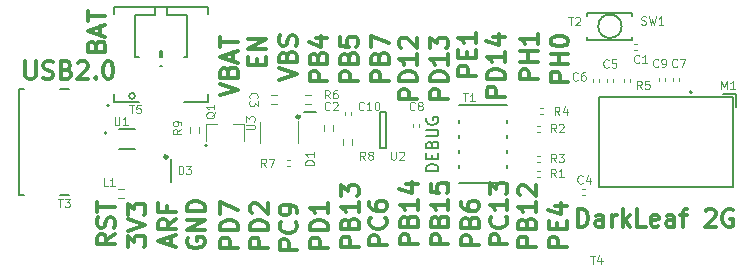
<source format=gbr>
%TF.GenerationSoftware,KiCad,Pcbnew,(5.1.9)-1*%
%TF.CreationDate,2021-04-07T15:03:24-04:00*%
%TF.ProjectId,Finch-Feather,46696e63-682d-4466-9561-746865722e6b,rev?*%
%TF.SameCoordinates,Original*%
%TF.FileFunction,Legend,Top*%
%TF.FilePolarity,Positive*%
%FSLAX46Y46*%
G04 Gerber Fmt 4.6, Leading zero omitted, Abs format (unit mm)*
G04 Created by KiCad (PCBNEW (5.1.9)-1) date 2021-04-07 15:03:24*
%MOMM*%
%LPD*%
G01*
G04 APERTURE LIST*
%ADD10C,0.300000*%
%ADD11C,0.200000*%
%ADD12C,0.120000*%
%ADD13C,0.350000*%
%ADD14C,0.150000*%
%ADD15C,0.100000*%
%ADD16C,0.152400*%
%ADD17C,0.127000*%
G04 APERTURE END LIST*
D10*
X125892857Y-91857142D02*
X125964285Y-91642857D01*
X126035714Y-91571428D01*
X126178571Y-91500000D01*
X126392857Y-91500000D01*
X126535714Y-91571428D01*
X126607142Y-91642857D01*
X126678571Y-91785714D01*
X126678571Y-92357142D01*
X125178571Y-92357142D01*
X125178571Y-91857142D01*
X125250000Y-91714285D01*
X125321428Y-91642857D01*
X125464285Y-91571428D01*
X125607142Y-91571428D01*
X125750000Y-91642857D01*
X125821428Y-91714285D01*
X125892857Y-91857142D01*
X125892857Y-92357142D01*
X126250000Y-90928571D02*
X126250000Y-90214285D01*
X126678571Y-91071428D02*
X125178571Y-90571428D01*
X126678571Y-90071428D01*
X125178571Y-89785714D02*
X125178571Y-88928571D01*
X126678571Y-89357142D02*
X125178571Y-89357142D01*
X142928571Y-109107142D02*
X141428571Y-109107142D01*
X141428571Y-108535714D01*
X141500000Y-108392857D01*
X141571428Y-108321428D01*
X141714285Y-108250000D01*
X141928571Y-108250000D01*
X142071428Y-108321428D01*
X142142857Y-108392857D01*
X142214285Y-108535714D01*
X142214285Y-109107142D01*
X142785714Y-106750000D02*
X142857142Y-106821428D01*
X142928571Y-107035714D01*
X142928571Y-107178571D01*
X142857142Y-107392857D01*
X142714285Y-107535714D01*
X142571428Y-107607142D01*
X142285714Y-107678571D01*
X142071428Y-107678571D01*
X141785714Y-107607142D01*
X141642857Y-107535714D01*
X141500000Y-107392857D01*
X141428571Y-107178571D01*
X141428571Y-107035714D01*
X141500000Y-106821428D01*
X141571428Y-106750000D01*
X142928571Y-106035714D02*
X142928571Y-105750000D01*
X142857142Y-105607142D01*
X142785714Y-105535714D01*
X142571428Y-105392857D01*
X142285714Y-105321428D01*
X141714285Y-105321428D01*
X141571428Y-105392857D01*
X141500000Y-105464285D01*
X141428571Y-105607142D01*
X141428571Y-105892857D01*
X141500000Y-106035714D01*
X141571428Y-106107142D01*
X141714285Y-106178571D01*
X142071428Y-106178571D01*
X142214285Y-106107142D01*
X142285714Y-106035714D01*
X142357142Y-105892857D01*
X142357142Y-105607142D01*
X142285714Y-105464285D01*
X142214285Y-105392857D01*
X142071428Y-105321428D01*
X140428571Y-108957142D02*
X138928571Y-108957142D01*
X138928571Y-108385714D01*
X139000000Y-108242857D01*
X139071428Y-108171428D01*
X139214285Y-108100000D01*
X139428571Y-108100000D01*
X139571428Y-108171428D01*
X139642857Y-108242857D01*
X139714285Y-108385714D01*
X139714285Y-108957142D01*
X140428571Y-107457142D02*
X138928571Y-107457142D01*
X138928571Y-107100000D01*
X139000000Y-106885714D01*
X139142857Y-106742857D01*
X139285714Y-106671428D01*
X139571428Y-106600000D01*
X139785714Y-106600000D01*
X140071428Y-106671428D01*
X140214285Y-106742857D01*
X140357142Y-106885714D01*
X140428571Y-107100000D01*
X140428571Y-107457142D01*
X139071428Y-106028571D02*
X139000000Y-105957142D01*
X138928571Y-105814285D01*
X138928571Y-105457142D01*
X139000000Y-105314285D01*
X139071428Y-105242857D01*
X139214285Y-105171428D01*
X139357142Y-105171428D01*
X139571428Y-105242857D01*
X140428571Y-106100000D01*
X140428571Y-105171428D01*
X137928571Y-108957142D02*
X136428571Y-108957142D01*
X136428571Y-108385714D01*
X136500000Y-108242857D01*
X136571428Y-108171428D01*
X136714285Y-108100000D01*
X136928571Y-108100000D01*
X137071428Y-108171428D01*
X137142857Y-108242857D01*
X137214285Y-108385714D01*
X137214285Y-108957142D01*
X137928571Y-107457142D02*
X136428571Y-107457142D01*
X136428571Y-107100000D01*
X136500000Y-106885714D01*
X136642857Y-106742857D01*
X136785714Y-106671428D01*
X137071428Y-106600000D01*
X137285714Y-106600000D01*
X137571428Y-106671428D01*
X137714285Y-106742857D01*
X137857142Y-106885714D01*
X137928571Y-107100000D01*
X137928571Y-107457142D01*
X136428571Y-106100000D02*
X136428571Y-105100000D01*
X137928571Y-105742857D01*
X136378571Y-96064285D02*
X137878571Y-95564285D01*
X136378571Y-95064285D01*
X137092857Y-94064285D02*
X137164285Y-93850000D01*
X137235714Y-93778571D01*
X137378571Y-93707142D01*
X137592857Y-93707142D01*
X137735714Y-93778571D01*
X137807142Y-93850000D01*
X137878571Y-93992857D01*
X137878571Y-94564285D01*
X136378571Y-94564285D01*
X136378571Y-94064285D01*
X136450000Y-93921428D01*
X136521428Y-93850000D01*
X136664285Y-93778571D01*
X136807142Y-93778571D01*
X136950000Y-93850000D01*
X137021428Y-93921428D01*
X137092857Y-94064285D01*
X137092857Y-94564285D01*
X137450000Y-93135714D02*
X137450000Y-92421428D01*
X137878571Y-93278571D02*
X136378571Y-92778571D01*
X137878571Y-92278571D01*
X136378571Y-91992857D02*
X136378571Y-91135714D01*
X137878571Y-91564285D02*
X136378571Y-91564285D01*
X166714285Y-107178571D02*
X166714285Y-105678571D01*
X167071428Y-105678571D01*
X167285714Y-105750000D01*
X167428571Y-105892857D01*
X167500000Y-106035714D01*
X167571428Y-106321428D01*
X167571428Y-106535714D01*
X167500000Y-106821428D01*
X167428571Y-106964285D01*
X167285714Y-107107142D01*
X167071428Y-107178571D01*
X166714285Y-107178571D01*
X168857142Y-107178571D02*
X168857142Y-106392857D01*
X168785714Y-106250000D01*
X168642857Y-106178571D01*
X168357142Y-106178571D01*
X168214285Y-106250000D01*
X168857142Y-107107142D02*
X168714285Y-107178571D01*
X168357142Y-107178571D01*
X168214285Y-107107142D01*
X168142857Y-106964285D01*
X168142857Y-106821428D01*
X168214285Y-106678571D01*
X168357142Y-106607142D01*
X168714285Y-106607142D01*
X168857142Y-106535714D01*
X169571428Y-107178571D02*
X169571428Y-106178571D01*
X169571428Y-106464285D02*
X169642857Y-106321428D01*
X169714285Y-106250000D01*
X169857142Y-106178571D01*
X170000000Y-106178571D01*
X170500000Y-107178571D02*
X170500000Y-105678571D01*
X170642857Y-106607142D02*
X171071428Y-107178571D01*
X171071428Y-106178571D02*
X170500000Y-106750000D01*
X172428571Y-107178571D02*
X171714285Y-107178571D01*
X171714285Y-105678571D01*
X173500000Y-107107142D02*
X173357142Y-107178571D01*
X173071428Y-107178571D01*
X172928571Y-107107142D01*
X172857142Y-106964285D01*
X172857142Y-106392857D01*
X172928571Y-106250000D01*
X173071428Y-106178571D01*
X173357142Y-106178571D01*
X173500000Y-106250000D01*
X173571428Y-106392857D01*
X173571428Y-106535714D01*
X172857142Y-106678571D01*
X174857142Y-107178571D02*
X174857142Y-106392857D01*
X174785714Y-106250000D01*
X174642857Y-106178571D01*
X174357142Y-106178571D01*
X174214285Y-106250000D01*
X174857142Y-107107142D02*
X174714285Y-107178571D01*
X174357142Y-107178571D01*
X174214285Y-107107142D01*
X174142857Y-106964285D01*
X174142857Y-106821428D01*
X174214285Y-106678571D01*
X174357142Y-106607142D01*
X174714285Y-106607142D01*
X174857142Y-106535714D01*
X175357142Y-106178571D02*
X175928571Y-106178571D01*
X175571428Y-107178571D02*
X175571428Y-105892857D01*
X175642857Y-105750000D01*
X175785714Y-105678571D01*
X175928571Y-105678571D01*
X177500000Y-105821428D02*
X177571428Y-105750000D01*
X177714285Y-105678571D01*
X178071428Y-105678571D01*
X178214285Y-105750000D01*
X178285714Y-105821428D01*
X178357142Y-105964285D01*
X178357142Y-106107142D01*
X178285714Y-106321428D01*
X177428571Y-107178571D01*
X178357142Y-107178571D01*
X179785714Y-105750000D02*
X179642857Y-105678571D01*
X179428571Y-105678571D01*
X179214285Y-105750000D01*
X179071428Y-105892857D01*
X179000000Y-106035714D01*
X178928571Y-106321428D01*
X178928571Y-106535714D01*
X179000000Y-106821428D01*
X179071428Y-106964285D01*
X179214285Y-107107142D01*
X179428571Y-107178571D01*
X179571428Y-107178571D01*
X179785714Y-107107142D01*
X179857142Y-107035714D01*
X179857142Y-106535714D01*
X179571428Y-106535714D01*
X119921428Y-93178571D02*
X119921428Y-94392857D01*
X119992857Y-94535714D01*
X120064285Y-94607142D01*
X120207142Y-94678571D01*
X120492857Y-94678571D01*
X120635714Y-94607142D01*
X120707142Y-94535714D01*
X120778571Y-94392857D01*
X120778571Y-93178571D01*
X121421428Y-94607142D02*
X121635714Y-94678571D01*
X121992857Y-94678571D01*
X122135714Y-94607142D01*
X122207142Y-94535714D01*
X122278571Y-94392857D01*
X122278571Y-94250000D01*
X122207142Y-94107142D01*
X122135714Y-94035714D01*
X121992857Y-93964285D01*
X121707142Y-93892857D01*
X121564285Y-93821428D01*
X121492857Y-93750000D01*
X121421428Y-93607142D01*
X121421428Y-93464285D01*
X121492857Y-93321428D01*
X121564285Y-93250000D01*
X121707142Y-93178571D01*
X122064285Y-93178571D01*
X122278571Y-93250000D01*
X123421428Y-93892857D02*
X123635714Y-93964285D01*
X123707142Y-94035714D01*
X123778571Y-94178571D01*
X123778571Y-94392857D01*
X123707142Y-94535714D01*
X123635714Y-94607142D01*
X123492857Y-94678571D01*
X122921428Y-94678571D01*
X122921428Y-93178571D01*
X123421428Y-93178571D01*
X123564285Y-93250000D01*
X123635714Y-93321428D01*
X123707142Y-93464285D01*
X123707142Y-93607142D01*
X123635714Y-93750000D01*
X123564285Y-93821428D01*
X123421428Y-93892857D01*
X122921428Y-93892857D01*
X124350000Y-93321428D02*
X124421428Y-93250000D01*
X124564285Y-93178571D01*
X124921428Y-93178571D01*
X125064285Y-93250000D01*
X125135714Y-93321428D01*
X125207142Y-93464285D01*
X125207142Y-93607142D01*
X125135714Y-93821428D01*
X124278571Y-94678571D01*
X125207142Y-94678571D01*
X125850000Y-94535714D02*
X125921428Y-94607142D01*
X125850000Y-94678571D01*
X125778571Y-94607142D01*
X125850000Y-94535714D01*
X125850000Y-94678571D01*
X126850000Y-93178571D02*
X126992857Y-93178571D01*
X127135714Y-93250000D01*
X127207142Y-93321428D01*
X127278571Y-93464285D01*
X127350000Y-93750000D01*
X127350000Y-94107142D01*
X127278571Y-94392857D01*
X127207142Y-94535714D01*
X127135714Y-94607142D01*
X126992857Y-94678571D01*
X126850000Y-94678571D01*
X126707142Y-94607142D01*
X126635714Y-94535714D01*
X126564285Y-94392857D01*
X126492857Y-94107142D01*
X126492857Y-93750000D01*
X126564285Y-93464285D01*
X126635714Y-93321428D01*
X126707142Y-93250000D01*
X126850000Y-93178571D01*
D11*
X154852380Y-102438095D02*
X153852380Y-102438095D01*
X153852380Y-102200000D01*
X153900000Y-102057142D01*
X153995238Y-101961904D01*
X154090476Y-101914285D01*
X154280952Y-101866666D01*
X154423809Y-101866666D01*
X154614285Y-101914285D01*
X154709523Y-101961904D01*
X154804761Y-102057142D01*
X154852380Y-102200000D01*
X154852380Y-102438095D01*
X154328571Y-101438095D02*
X154328571Y-101104761D01*
X154852380Y-100961904D02*
X154852380Y-101438095D01*
X153852380Y-101438095D01*
X153852380Y-100961904D01*
X154328571Y-100200000D02*
X154376190Y-100057142D01*
X154423809Y-100009523D01*
X154519047Y-99961904D01*
X154661904Y-99961904D01*
X154757142Y-100009523D01*
X154804761Y-100057142D01*
X154852380Y-100152380D01*
X154852380Y-100533333D01*
X153852380Y-100533333D01*
X153852380Y-100200000D01*
X153900000Y-100104761D01*
X153947619Y-100057142D01*
X154042857Y-100009523D01*
X154138095Y-100009523D01*
X154233333Y-100057142D01*
X154280952Y-100104761D01*
X154328571Y-100200000D01*
X154328571Y-100533333D01*
X153852380Y-99533333D02*
X154661904Y-99533333D01*
X154757142Y-99485714D01*
X154804761Y-99438095D01*
X154852380Y-99342857D01*
X154852380Y-99152380D01*
X154804761Y-99057142D01*
X154757142Y-99009523D01*
X154661904Y-98961904D01*
X153852380Y-98961904D01*
X153900000Y-97961904D02*
X153852380Y-98057142D01*
X153852380Y-98200000D01*
X153900000Y-98342857D01*
X153995238Y-98438095D01*
X154090476Y-98485714D01*
X154280952Y-98533333D01*
X154423809Y-98533333D01*
X154614285Y-98485714D01*
X154709523Y-98438095D01*
X154804761Y-98342857D01*
X154852380Y-98200000D01*
X154852380Y-98104761D01*
X154804761Y-97961904D01*
X154757142Y-97914285D01*
X154423809Y-97914285D01*
X154423809Y-98104761D01*
D10*
X165878571Y-94892857D02*
X164378571Y-94892857D01*
X164378571Y-94321428D01*
X164450000Y-94178571D01*
X164521428Y-94107142D01*
X164664285Y-94035714D01*
X164878571Y-94035714D01*
X165021428Y-94107142D01*
X165092857Y-94178571D01*
X165164285Y-94321428D01*
X165164285Y-94892857D01*
X165878571Y-93392857D02*
X164378571Y-93392857D01*
X165092857Y-93392857D02*
X165092857Y-92535714D01*
X165878571Y-92535714D02*
X164378571Y-92535714D01*
X164378571Y-91535714D02*
X164378571Y-91392857D01*
X164450000Y-91250000D01*
X164521428Y-91178571D01*
X164664285Y-91107142D01*
X164950000Y-91035714D01*
X165307142Y-91035714D01*
X165592857Y-91107142D01*
X165735714Y-91178571D01*
X165807142Y-91250000D01*
X165878571Y-91392857D01*
X165878571Y-91535714D01*
X165807142Y-91678571D01*
X165735714Y-91750000D01*
X165592857Y-91821428D01*
X165307142Y-91892857D01*
X164950000Y-91892857D01*
X164664285Y-91821428D01*
X164521428Y-91750000D01*
X164450000Y-91678571D01*
X164378571Y-91535714D01*
X163278571Y-94692857D02*
X161778571Y-94692857D01*
X161778571Y-94121428D01*
X161850000Y-93978571D01*
X161921428Y-93907142D01*
X162064285Y-93835714D01*
X162278571Y-93835714D01*
X162421428Y-93907142D01*
X162492857Y-93978571D01*
X162564285Y-94121428D01*
X162564285Y-94692857D01*
X163278571Y-93192857D02*
X161778571Y-93192857D01*
X162492857Y-93192857D02*
X162492857Y-92335714D01*
X163278571Y-92335714D02*
X161778571Y-92335714D01*
X163278571Y-90835714D02*
X163278571Y-91692857D01*
X163278571Y-91264285D02*
X161778571Y-91264285D01*
X161992857Y-91407142D01*
X162135714Y-91550000D01*
X162207142Y-91692857D01*
X160478571Y-96171428D02*
X158978571Y-96171428D01*
X158978571Y-95600000D01*
X159050000Y-95457142D01*
X159121428Y-95385714D01*
X159264285Y-95314285D01*
X159478571Y-95314285D01*
X159621428Y-95385714D01*
X159692857Y-95457142D01*
X159764285Y-95600000D01*
X159764285Y-96171428D01*
X160478571Y-94671428D02*
X158978571Y-94671428D01*
X158978571Y-94314285D01*
X159050000Y-94100000D01*
X159192857Y-93957142D01*
X159335714Y-93885714D01*
X159621428Y-93814285D01*
X159835714Y-93814285D01*
X160121428Y-93885714D01*
X160264285Y-93957142D01*
X160407142Y-94100000D01*
X160478571Y-94314285D01*
X160478571Y-94671428D01*
X160478571Y-92385714D02*
X160478571Y-93242857D01*
X160478571Y-92814285D02*
X158978571Y-92814285D01*
X159192857Y-92957142D01*
X159335714Y-93100000D01*
X159407142Y-93242857D01*
X159478571Y-91100000D02*
X160478571Y-91100000D01*
X158907142Y-91457142D02*
X159978571Y-91814285D01*
X159978571Y-90885714D01*
X158078571Y-94385714D02*
X156578571Y-94385714D01*
X156578571Y-93814285D01*
X156650000Y-93671428D01*
X156721428Y-93600000D01*
X156864285Y-93528571D01*
X157078571Y-93528571D01*
X157221428Y-93600000D01*
X157292857Y-93671428D01*
X157364285Y-93814285D01*
X157364285Y-94385714D01*
X157292857Y-92885714D02*
X157292857Y-92385714D01*
X158078571Y-92171428D02*
X158078571Y-92885714D01*
X156578571Y-92885714D01*
X156578571Y-92171428D01*
X158078571Y-90742857D02*
X158078571Y-91600000D01*
X158078571Y-91171428D02*
X156578571Y-91171428D01*
X156792857Y-91314285D01*
X156935714Y-91457142D01*
X157007142Y-91600000D01*
X155678571Y-96371428D02*
X154178571Y-96371428D01*
X154178571Y-95800000D01*
X154250000Y-95657142D01*
X154321428Y-95585714D01*
X154464285Y-95514285D01*
X154678571Y-95514285D01*
X154821428Y-95585714D01*
X154892857Y-95657142D01*
X154964285Y-95800000D01*
X154964285Y-96371428D01*
X155678571Y-94871428D02*
X154178571Y-94871428D01*
X154178571Y-94514285D01*
X154250000Y-94300000D01*
X154392857Y-94157142D01*
X154535714Y-94085714D01*
X154821428Y-94014285D01*
X155035714Y-94014285D01*
X155321428Y-94085714D01*
X155464285Y-94157142D01*
X155607142Y-94300000D01*
X155678571Y-94514285D01*
X155678571Y-94871428D01*
X155678571Y-92585714D02*
X155678571Y-93442857D01*
X155678571Y-93014285D02*
X154178571Y-93014285D01*
X154392857Y-93157142D01*
X154535714Y-93300000D01*
X154607142Y-93442857D01*
X154178571Y-92085714D02*
X154178571Y-91157142D01*
X154750000Y-91657142D01*
X154750000Y-91442857D01*
X154821428Y-91300000D01*
X154892857Y-91228571D01*
X155035714Y-91157142D01*
X155392857Y-91157142D01*
X155535714Y-91228571D01*
X155607142Y-91300000D01*
X155678571Y-91442857D01*
X155678571Y-91871428D01*
X155607142Y-92014285D01*
X155535714Y-92085714D01*
X153078571Y-96371428D02*
X151578571Y-96371428D01*
X151578571Y-95800000D01*
X151650000Y-95657142D01*
X151721428Y-95585714D01*
X151864285Y-95514285D01*
X152078571Y-95514285D01*
X152221428Y-95585714D01*
X152292857Y-95657142D01*
X152364285Y-95800000D01*
X152364285Y-96371428D01*
X153078571Y-94871428D02*
X151578571Y-94871428D01*
X151578571Y-94514285D01*
X151650000Y-94300000D01*
X151792857Y-94157142D01*
X151935714Y-94085714D01*
X152221428Y-94014285D01*
X152435714Y-94014285D01*
X152721428Y-94085714D01*
X152864285Y-94157142D01*
X153007142Y-94300000D01*
X153078571Y-94514285D01*
X153078571Y-94871428D01*
X153078571Y-92585714D02*
X153078571Y-93442857D01*
X153078571Y-93014285D02*
X151578571Y-93014285D01*
X151792857Y-93157142D01*
X151935714Y-93300000D01*
X152007142Y-93442857D01*
X151721428Y-92014285D02*
X151650000Y-91942857D01*
X151578571Y-91800000D01*
X151578571Y-91442857D01*
X151650000Y-91300000D01*
X151721428Y-91228571D01*
X151864285Y-91157142D01*
X152007142Y-91157142D01*
X152221428Y-91228571D01*
X153078571Y-92085714D01*
X153078571Y-91157142D01*
X150678571Y-94857142D02*
X149178571Y-94857142D01*
X149178571Y-94285714D01*
X149250000Y-94142857D01*
X149321428Y-94071428D01*
X149464285Y-94000000D01*
X149678571Y-94000000D01*
X149821428Y-94071428D01*
X149892857Y-94142857D01*
X149964285Y-94285714D01*
X149964285Y-94857142D01*
X149892857Y-92857142D02*
X149964285Y-92642857D01*
X150035714Y-92571428D01*
X150178571Y-92500000D01*
X150392857Y-92500000D01*
X150535714Y-92571428D01*
X150607142Y-92642857D01*
X150678571Y-92785714D01*
X150678571Y-93357142D01*
X149178571Y-93357142D01*
X149178571Y-92857142D01*
X149250000Y-92714285D01*
X149321428Y-92642857D01*
X149464285Y-92571428D01*
X149607142Y-92571428D01*
X149750000Y-92642857D01*
X149821428Y-92714285D01*
X149892857Y-92857142D01*
X149892857Y-93357142D01*
X149178571Y-92000000D02*
X149178571Y-91000000D01*
X150678571Y-91642857D01*
X148078571Y-94857142D02*
X146578571Y-94857142D01*
X146578571Y-94285714D01*
X146650000Y-94142857D01*
X146721428Y-94071428D01*
X146864285Y-94000000D01*
X147078571Y-94000000D01*
X147221428Y-94071428D01*
X147292857Y-94142857D01*
X147364285Y-94285714D01*
X147364285Y-94857142D01*
X147292857Y-92857142D02*
X147364285Y-92642857D01*
X147435714Y-92571428D01*
X147578571Y-92500000D01*
X147792857Y-92500000D01*
X147935714Y-92571428D01*
X148007142Y-92642857D01*
X148078571Y-92785714D01*
X148078571Y-93357142D01*
X146578571Y-93357142D01*
X146578571Y-92857142D01*
X146650000Y-92714285D01*
X146721428Y-92642857D01*
X146864285Y-92571428D01*
X147007142Y-92571428D01*
X147150000Y-92642857D01*
X147221428Y-92714285D01*
X147292857Y-92857142D01*
X147292857Y-93357142D01*
X146578571Y-91142857D02*
X146578571Y-91857142D01*
X147292857Y-91928571D01*
X147221428Y-91857142D01*
X147150000Y-91714285D01*
X147150000Y-91357142D01*
X147221428Y-91214285D01*
X147292857Y-91142857D01*
X147435714Y-91071428D01*
X147792857Y-91071428D01*
X147935714Y-91142857D01*
X148007142Y-91214285D01*
X148078571Y-91357142D01*
X148078571Y-91714285D01*
X148007142Y-91857142D01*
X147935714Y-91928571D01*
X145478571Y-94857142D02*
X143978571Y-94857142D01*
X143978571Y-94285714D01*
X144050000Y-94142857D01*
X144121428Y-94071428D01*
X144264285Y-94000000D01*
X144478571Y-94000000D01*
X144621428Y-94071428D01*
X144692857Y-94142857D01*
X144764285Y-94285714D01*
X144764285Y-94857142D01*
X144692857Y-92857142D02*
X144764285Y-92642857D01*
X144835714Y-92571428D01*
X144978571Y-92500000D01*
X145192857Y-92500000D01*
X145335714Y-92571428D01*
X145407142Y-92642857D01*
X145478571Y-92785714D01*
X145478571Y-93357142D01*
X143978571Y-93357142D01*
X143978571Y-92857142D01*
X144050000Y-92714285D01*
X144121428Y-92642857D01*
X144264285Y-92571428D01*
X144407142Y-92571428D01*
X144550000Y-92642857D01*
X144621428Y-92714285D01*
X144692857Y-92857142D01*
X144692857Y-93357142D01*
X144478571Y-91214285D02*
X145478571Y-91214285D01*
X143907142Y-91571428D02*
X144978571Y-91928571D01*
X144978571Y-91000000D01*
X141378571Y-94764285D02*
X142878571Y-94264285D01*
X141378571Y-93764285D01*
X142092857Y-92764285D02*
X142164285Y-92550000D01*
X142235714Y-92478571D01*
X142378571Y-92407142D01*
X142592857Y-92407142D01*
X142735714Y-92478571D01*
X142807142Y-92550000D01*
X142878571Y-92692857D01*
X142878571Y-93264285D01*
X141378571Y-93264285D01*
X141378571Y-92764285D01*
X141450000Y-92621428D01*
X141521428Y-92550000D01*
X141664285Y-92478571D01*
X141807142Y-92478571D01*
X141950000Y-92550000D01*
X142021428Y-92621428D01*
X142092857Y-92764285D01*
X142092857Y-93264285D01*
X142807142Y-91835714D02*
X142878571Y-91621428D01*
X142878571Y-91264285D01*
X142807142Y-91121428D01*
X142735714Y-91050000D01*
X142592857Y-90978571D01*
X142450000Y-90978571D01*
X142307142Y-91050000D01*
X142235714Y-91121428D01*
X142164285Y-91264285D01*
X142092857Y-91550000D01*
X142021428Y-91692857D01*
X141950000Y-91764285D01*
X141807142Y-91835714D01*
X141664285Y-91835714D01*
X141521428Y-91764285D01*
X141450000Y-91692857D01*
X141378571Y-91550000D01*
X141378571Y-91192857D01*
X141450000Y-90978571D01*
X139492857Y-93507142D02*
X139492857Y-93007142D01*
X140278571Y-92792857D02*
X140278571Y-93507142D01*
X138778571Y-93507142D01*
X138778571Y-92792857D01*
X140278571Y-92150000D02*
X138778571Y-92150000D01*
X140278571Y-91292857D01*
X138778571Y-91292857D01*
X163128571Y-108871428D02*
X161628571Y-108871428D01*
X161628571Y-108300000D01*
X161700000Y-108157142D01*
X161771428Y-108085714D01*
X161914285Y-108014285D01*
X162128571Y-108014285D01*
X162271428Y-108085714D01*
X162342857Y-108157142D01*
X162414285Y-108300000D01*
X162414285Y-108871428D01*
X162342857Y-106871428D02*
X162414285Y-106657142D01*
X162485714Y-106585714D01*
X162628571Y-106514285D01*
X162842857Y-106514285D01*
X162985714Y-106585714D01*
X163057142Y-106657142D01*
X163128571Y-106800000D01*
X163128571Y-107371428D01*
X161628571Y-107371428D01*
X161628571Y-106871428D01*
X161700000Y-106728571D01*
X161771428Y-106657142D01*
X161914285Y-106585714D01*
X162057142Y-106585714D01*
X162200000Y-106657142D01*
X162271428Y-106728571D01*
X162342857Y-106871428D01*
X162342857Y-107371428D01*
X163128571Y-105085714D02*
X163128571Y-105942857D01*
X163128571Y-105514285D02*
X161628571Y-105514285D01*
X161842857Y-105657142D01*
X161985714Y-105800000D01*
X162057142Y-105942857D01*
X161771428Y-104514285D02*
X161700000Y-104442857D01*
X161628571Y-104300000D01*
X161628571Y-103942857D01*
X161700000Y-103800000D01*
X161771428Y-103728571D01*
X161914285Y-103657142D01*
X162057142Y-103657142D01*
X162271428Y-103728571D01*
X163128571Y-104585714D01*
X163128571Y-103657142D01*
X165728571Y-108885714D02*
X164228571Y-108885714D01*
X164228571Y-108314285D01*
X164300000Y-108171428D01*
X164371428Y-108100000D01*
X164514285Y-108028571D01*
X164728571Y-108028571D01*
X164871428Y-108100000D01*
X164942857Y-108171428D01*
X165014285Y-108314285D01*
X165014285Y-108885714D01*
X164942857Y-107385714D02*
X164942857Y-106885714D01*
X165728571Y-106671428D02*
X165728571Y-107385714D01*
X164228571Y-107385714D01*
X164228571Y-106671428D01*
X164728571Y-105385714D02*
X165728571Y-105385714D01*
X164157142Y-105742857D02*
X165228571Y-106100000D01*
X165228571Y-105171428D01*
X160728571Y-108671428D02*
X159228571Y-108671428D01*
X159228571Y-108100000D01*
X159300000Y-107957142D01*
X159371428Y-107885714D01*
X159514285Y-107814285D01*
X159728571Y-107814285D01*
X159871428Y-107885714D01*
X159942857Y-107957142D01*
X160014285Y-108100000D01*
X160014285Y-108671428D01*
X160585714Y-106314285D02*
X160657142Y-106385714D01*
X160728571Y-106600000D01*
X160728571Y-106742857D01*
X160657142Y-106957142D01*
X160514285Y-107100000D01*
X160371428Y-107171428D01*
X160085714Y-107242857D01*
X159871428Y-107242857D01*
X159585714Y-107171428D01*
X159442857Y-107100000D01*
X159300000Y-106957142D01*
X159228571Y-106742857D01*
X159228571Y-106600000D01*
X159300000Y-106385714D01*
X159371428Y-106314285D01*
X160728571Y-104885714D02*
X160728571Y-105742857D01*
X160728571Y-105314285D02*
X159228571Y-105314285D01*
X159442857Y-105457142D01*
X159585714Y-105600000D01*
X159657142Y-105742857D01*
X159228571Y-104385714D02*
X159228571Y-103457142D01*
X159800000Y-103957142D01*
X159800000Y-103742857D01*
X159871428Y-103600000D01*
X159942857Y-103528571D01*
X160085714Y-103457142D01*
X160442857Y-103457142D01*
X160585714Y-103528571D01*
X160657142Y-103600000D01*
X160728571Y-103742857D01*
X160728571Y-104171428D01*
X160657142Y-104314285D01*
X160585714Y-104385714D01*
X158328571Y-108757142D02*
X156828571Y-108757142D01*
X156828571Y-108185714D01*
X156900000Y-108042857D01*
X156971428Y-107971428D01*
X157114285Y-107900000D01*
X157328571Y-107900000D01*
X157471428Y-107971428D01*
X157542857Y-108042857D01*
X157614285Y-108185714D01*
X157614285Y-108757142D01*
X157542857Y-106757142D02*
X157614285Y-106542857D01*
X157685714Y-106471428D01*
X157828571Y-106400000D01*
X158042857Y-106400000D01*
X158185714Y-106471428D01*
X158257142Y-106542857D01*
X158328571Y-106685714D01*
X158328571Y-107257142D01*
X156828571Y-107257142D01*
X156828571Y-106757142D01*
X156900000Y-106614285D01*
X156971428Y-106542857D01*
X157114285Y-106471428D01*
X157257142Y-106471428D01*
X157400000Y-106542857D01*
X157471428Y-106614285D01*
X157542857Y-106757142D01*
X157542857Y-107257142D01*
X156828571Y-105114285D02*
X156828571Y-105400000D01*
X156900000Y-105542857D01*
X156971428Y-105614285D01*
X157185714Y-105757142D01*
X157471428Y-105828571D01*
X158042857Y-105828571D01*
X158185714Y-105757142D01*
X158257142Y-105685714D01*
X158328571Y-105542857D01*
X158328571Y-105257142D01*
X158257142Y-105114285D01*
X158185714Y-105042857D01*
X158042857Y-104971428D01*
X157685714Y-104971428D01*
X157542857Y-105042857D01*
X157471428Y-105114285D01*
X157400000Y-105257142D01*
X157400000Y-105542857D01*
X157471428Y-105685714D01*
X157542857Y-105757142D01*
X157685714Y-105828571D01*
X155728571Y-108671428D02*
X154228571Y-108671428D01*
X154228571Y-108100000D01*
X154300000Y-107957142D01*
X154371428Y-107885714D01*
X154514285Y-107814285D01*
X154728571Y-107814285D01*
X154871428Y-107885714D01*
X154942857Y-107957142D01*
X155014285Y-108100000D01*
X155014285Y-108671428D01*
X154942857Y-106671428D02*
X155014285Y-106457142D01*
X155085714Y-106385714D01*
X155228571Y-106314285D01*
X155442857Y-106314285D01*
X155585714Y-106385714D01*
X155657142Y-106457142D01*
X155728571Y-106600000D01*
X155728571Y-107171428D01*
X154228571Y-107171428D01*
X154228571Y-106671428D01*
X154300000Y-106528571D01*
X154371428Y-106457142D01*
X154514285Y-106385714D01*
X154657142Y-106385714D01*
X154800000Y-106457142D01*
X154871428Y-106528571D01*
X154942857Y-106671428D01*
X154942857Y-107171428D01*
X155728571Y-104885714D02*
X155728571Y-105742857D01*
X155728571Y-105314285D02*
X154228571Y-105314285D01*
X154442857Y-105457142D01*
X154585714Y-105600000D01*
X154657142Y-105742857D01*
X154228571Y-103528571D02*
X154228571Y-104242857D01*
X154942857Y-104314285D01*
X154871428Y-104242857D01*
X154800000Y-104100000D01*
X154800000Y-103742857D01*
X154871428Y-103600000D01*
X154942857Y-103528571D01*
X155085714Y-103457142D01*
X155442857Y-103457142D01*
X155585714Y-103528571D01*
X155657142Y-103600000D01*
X155728571Y-103742857D01*
X155728571Y-104100000D01*
X155657142Y-104242857D01*
X155585714Y-104314285D01*
X153128571Y-108671428D02*
X151628571Y-108671428D01*
X151628571Y-108100000D01*
X151700000Y-107957142D01*
X151771428Y-107885714D01*
X151914285Y-107814285D01*
X152128571Y-107814285D01*
X152271428Y-107885714D01*
X152342857Y-107957142D01*
X152414285Y-108100000D01*
X152414285Y-108671428D01*
X152342857Y-106671428D02*
X152414285Y-106457142D01*
X152485714Y-106385714D01*
X152628571Y-106314285D01*
X152842857Y-106314285D01*
X152985714Y-106385714D01*
X153057142Y-106457142D01*
X153128571Y-106600000D01*
X153128571Y-107171428D01*
X151628571Y-107171428D01*
X151628571Y-106671428D01*
X151700000Y-106528571D01*
X151771428Y-106457142D01*
X151914285Y-106385714D01*
X152057142Y-106385714D01*
X152200000Y-106457142D01*
X152271428Y-106528571D01*
X152342857Y-106671428D01*
X152342857Y-107171428D01*
X153128571Y-104885714D02*
X153128571Y-105742857D01*
X153128571Y-105314285D02*
X151628571Y-105314285D01*
X151842857Y-105457142D01*
X151985714Y-105600000D01*
X152057142Y-105742857D01*
X152128571Y-103600000D02*
X153128571Y-103600000D01*
X151557142Y-103957142D02*
X152628571Y-104314285D01*
X152628571Y-103385714D01*
X150528571Y-108757142D02*
X149028571Y-108757142D01*
X149028571Y-108185714D01*
X149100000Y-108042857D01*
X149171428Y-107971428D01*
X149314285Y-107900000D01*
X149528571Y-107900000D01*
X149671428Y-107971428D01*
X149742857Y-108042857D01*
X149814285Y-108185714D01*
X149814285Y-108757142D01*
X150385714Y-106400000D02*
X150457142Y-106471428D01*
X150528571Y-106685714D01*
X150528571Y-106828571D01*
X150457142Y-107042857D01*
X150314285Y-107185714D01*
X150171428Y-107257142D01*
X149885714Y-107328571D01*
X149671428Y-107328571D01*
X149385714Y-107257142D01*
X149242857Y-107185714D01*
X149100000Y-107042857D01*
X149028571Y-106828571D01*
X149028571Y-106685714D01*
X149100000Y-106471428D01*
X149171428Y-106400000D01*
X149028571Y-105114285D02*
X149028571Y-105400000D01*
X149100000Y-105542857D01*
X149171428Y-105614285D01*
X149385714Y-105757142D01*
X149671428Y-105828571D01*
X150242857Y-105828571D01*
X150385714Y-105757142D01*
X150457142Y-105685714D01*
X150528571Y-105542857D01*
X150528571Y-105257142D01*
X150457142Y-105114285D01*
X150385714Y-105042857D01*
X150242857Y-104971428D01*
X149885714Y-104971428D01*
X149742857Y-105042857D01*
X149671428Y-105114285D01*
X149600000Y-105257142D01*
X149600000Y-105542857D01*
X149671428Y-105685714D01*
X149742857Y-105757142D01*
X149885714Y-105828571D01*
X148128571Y-108871428D02*
X146628571Y-108871428D01*
X146628571Y-108300000D01*
X146700000Y-108157142D01*
X146771428Y-108085714D01*
X146914285Y-108014285D01*
X147128571Y-108014285D01*
X147271428Y-108085714D01*
X147342857Y-108157142D01*
X147414285Y-108300000D01*
X147414285Y-108871428D01*
X147342857Y-106871428D02*
X147414285Y-106657142D01*
X147485714Y-106585714D01*
X147628571Y-106514285D01*
X147842857Y-106514285D01*
X147985714Y-106585714D01*
X148057142Y-106657142D01*
X148128571Y-106800000D01*
X148128571Y-107371428D01*
X146628571Y-107371428D01*
X146628571Y-106871428D01*
X146700000Y-106728571D01*
X146771428Y-106657142D01*
X146914285Y-106585714D01*
X147057142Y-106585714D01*
X147200000Y-106657142D01*
X147271428Y-106728571D01*
X147342857Y-106871428D01*
X147342857Y-107371428D01*
X148128571Y-105085714D02*
X148128571Y-105942857D01*
X148128571Y-105514285D02*
X146628571Y-105514285D01*
X146842857Y-105657142D01*
X146985714Y-105800000D01*
X147057142Y-105942857D01*
X146628571Y-104585714D02*
X146628571Y-103657142D01*
X147200000Y-104157142D01*
X147200000Y-103942857D01*
X147271428Y-103800000D01*
X147342857Y-103728571D01*
X147485714Y-103657142D01*
X147842857Y-103657142D01*
X147985714Y-103728571D01*
X148057142Y-103800000D01*
X148128571Y-103942857D01*
X148128571Y-104371428D01*
X148057142Y-104514285D01*
X147985714Y-104585714D01*
X145528571Y-108957142D02*
X144028571Y-108957142D01*
X144028571Y-108385714D01*
X144100000Y-108242857D01*
X144171428Y-108171428D01*
X144314285Y-108100000D01*
X144528571Y-108100000D01*
X144671428Y-108171428D01*
X144742857Y-108242857D01*
X144814285Y-108385714D01*
X144814285Y-108957142D01*
X145528571Y-107457142D02*
X144028571Y-107457142D01*
X144028571Y-107100000D01*
X144100000Y-106885714D01*
X144242857Y-106742857D01*
X144385714Y-106671428D01*
X144671428Y-106600000D01*
X144885714Y-106600000D01*
X145171428Y-106671428D01*
X145314285Y-106742857D01*
X145457142Y-106885714D01*
X145528571Y-107100000D01*
X145528571Y-107457142D01*
X145528571Y-105171428D02*
X145528571Y-106028571D01*
X145528571Y-105600000D02*
X144028571Y-105600000D01*
X144242857Y-105742857D01*
X144385714Y-105885714D01*
X144457142Y-106028571D01*
X133650000Y-108142857D02*
X133578571Y-108285714D01*
X133578571Y-108500000D01*
X133650000Y-108714285D01*
X133792857Y-108857142D01*
X133935714Y-108928571D01*
X134221428Y-109000000D01*
X134435714Y-109000000D01*
X134721428Y-108928571D01*
X134864285Y-108857142D01*
X135007142Y-108714285D01*
X135078571Y-108500000D01*
X135078571Y-108357142D01*
X135007142Y-108142857D01*
X134935714Y-108071428D01*
X134435714Y-108071428D01*
X134435714Y-108357142D01*
X135078571Y-107428571D02*
X133578571Y-107428571D01*
X135078571Y-106571428D01*
X133578571Y-106571428D01*
X135078571Y-105857142D02*
X133578571Y-105857142D01*
X133578571Y-105500000D01*
X133650000Y-105285714D01*
X133792857Y-105142857D01*
X133935714Y-105071428D01*
X134221428Y-105000000D01*
X134435714Y-105000000D01*
X134721428Y-105071428D01*
X134864285Y-105142857D01*
X135007142Y-105285714D01*
X135078571Y-105500000D01*
X135078571Y-105857142D01*
X132250000Y-108750000D02*
X132250000Y-108035714D01*
X132678571Y-108892857D02*
X131178571Y-108392857D01*
X132678571Y-107892857D01*
X132678571Y-106535714D02*
X131964285Y-107035714D01*
X132678571Y-107392857D02*
X131178571Y-107392857D01*
X131178571Y-106821428D01*
X131250000Y-106678571D01*
X131321428Y-106607142D01*
X131464285Y-106535714D01*
X131678571Y-106535714D01*
X131821428Y-106607142D01*
X131892857Y-106678571D01*
X131964285Y-106821428D01*
X131964285Y-107392857D01*
X131892857Y-105392857D02*
X131892857Y-105892857D01*
X132678571Y-105892857D02*
X131178571Y-105892857D01*
X131178571Y-105178571D01*
X128578571Y-108857142D02*
X128578571Y-107928571D01*
X129150000Y-108428571D01*
X129150000Y-108214285D01*
X129221428Y-108071428D01*
X129292857Y-108000000D01*
X129435714Y-107928571D01*
X129792857Y-107928571D01*
X129935714Y-108000000D01*
X130007142Y-108071428D01*
X130078571Y-108214285D01*
X130078571Y-108642857D01*
X130007142Y-108785714D01*
X129935714Y-108857142D01*
X128578571Y-107500000D02*
X130078571Y-107000000D01*
X128578571Y-106500000D01*
X128578571Y-106142857D02*
X128578571Y-105214285D01*
X129150000Y-105714285D01*
X129150000Y-105500000D01*
X129221428Y-105357142D01*
X129292857Y-105285714D01*
X129435714Y-105214285D01*
X129792857Y-105214285D01*
X129935714Y-105285714D01*
X130007142Y-105357142D01*
X130078571Y-105500000D01*
X130078571Y-105928571D01*
X130007142Y-106071428D01*
X129935714Y-106142857D01*
X127478571Y-107821428D02*
X126764285Y-108321428D01*
X127478571Y-108678571D02*
X125978571Y-108678571D01*
X125978571Y-108107142D01*
X126050000Y-107964285D01*
X126121428Y-107892857D01*
X126264285Y-107821428D01*
X126478571Y-107821428D01*
X126621428Y-107892857D01*
X126692857Y-107964285D01*
X126764285Y-108107142D01*
X126764285Y-108678571D01*
X127407142Y-107250000D02*
X127478571Y-107035714D01*
X127478571Y-106678571D01*
X127407142Y-106535714D01*
X127335714Y-106464285D01*
X127192857Y-106392857D01*
X127050000Y-106392857D01*
X126907142Y-106464285D01*
X126835714Y-106535714D01*
X126764285Y-106678571D01*
X126692857Y-106964285D01*
X126621428Y-107107142D01*
X126550000Y-107178571D01*
X126407142Y-107250000D01*
X126264285Y-107250000D01*
X126121428Y-107178571D01*
X126050000Y-107107142D01*
X125978571Y-106964285D01*
X125978571Y-106607142D01*
X126050000Y-106392857D01*
X125978571Y-105964285D02*
X125978571Y-105107142D01*
X127478571Y-105535714D02*
X125978571Y-105535714D01*
D12*
%TO.C,U3*%
X143010000Y-100100000D02*
X143010000Y-98250000D01*
X139790000Y-98300000D02*
X139790000Y-100100000D01*
D13*
X143123606Y-97850000D02*
G75*
G03*
X143123606Y-97850000I-111803J0D01*
G01*
D14*
%TO.C,T5*%
X129200000Y-96100000D02*
G75*
G03*
X129200000Y-96100000I-250000J0D01*
G01*
X127400000Y-89175000D02*
X127400000Y-88575000D01*
X127400000Y-88575000D02*
X135400000Y-88575000D01*
X135400000Y-88575000D02*
X135400000Y-89175000D01*
X127400000Y-95975000D02*
X127400000Y-96575000D01*
X127400000Y-96575000D02*
X129500000Y-96575000D01*
X135400000Y-95975000D02*
X135400000Y-96575000D01*
X135400000Y-96575000D02*
X133300000Y-96575000D01*
X130900000Y-88575000D02*
X130900000Y-89275000D01*
X130900000Y-89275000D02*
X129200000Y-89275000D01*
X129200000Y-89275000D02*
X129200000Y-92775000D01*
X129200000Y-92775000D02*
X129500000Y-92775000D01*
X131900000Y-88575000D02*
X131900000Y-89275000D01*
X131900000Y-89275000D02*
X133600000Y-89275000D01*
X133600000Y-89275000D02*
X133600000Y-92775000D01*
X133600000Y-92775000D02*
X133300000Y-92775000D01*
X131300000Y-93575000D02*
X131500000Y-93575000D01*
X131300000Y-92775000D02*
X131500000Y-92775000D01*
X131300000Y-92775000D02*
X131300000Y-92275000D01*
X131300000Y-92275000D02*
X131500000Y-92275000D01*
X131500000Y-92275000D02*
X131500000Y-92775000D01*
X131400000Y-92775000D02*
X131400000Y-92275000D01*
D15*
%TO.C,R9*%
X134581000Y-99254000D02*
X134581000Y-98746000D01*
X133819000Y-99254000D02*
X133819000Y-98746000D01*
D13*
%TO.C,D3*%
X131911803Y-101250000D02*
G75*
G03*
X131911803Y-101250000I-111803J0D01*
G01*
D11*
X132250000Y-103400000D02*
X132250000Y-101400000D01*
D15*
%TO.C,R8*%
X146819000Y-99746000D02*
X146819000Y-100254000D01*
X147581000Y-99746000D02*
X147581000Y-100254000D01*
D12*
%TO.C,Q1*%
X138380000Y-98440000D02*
X138380000Y-99900000D01*
X135220000Y-98440000D02*
X136150000Y-98440000D01*
X138380000Y-98440000D02*
X137450000Y-98440000D01*
X135220000Y-98440000D02*
X135220000Y-99900000D01*
D11*
X135270711Y-100300000D02*
G75*
G03*
X135270711Y-100300000I-70711J0D01*
G01*
D16*
%TO.C,U2*%
X150450000Y-100549999D02*
X150450000Y-97450001D01*
X149950000Y-100549999D02*
X149950000Y-97450001D01*
X149950000Y-100549999D02*
X150450000Y-100549999D01*
X149950000Y-97450001D02*
X150450000Y-97450001D01*
D15*
%TO.C,C10*%
X146946000Y-97727000D02*
X146946000Y-97473000D01*
X147454000Y-97727000D02*
X147454000Y-97473000D01*
D11*
%TO.C,M1*%
X176350000Y-95800000D02*
G75*
G03*
X176350000Y-95800000I-100000J0D01*
G01*
D14*
X179850000Y-103850000D02*
X168450000Y-103850000D01*
X168450000Y-96150000D02*
X168450000Y-103850000D01*
X179850000Y-96150000D02*
X168450000Y-96150000D01*
X179850000Y-96150000D02*
X179850000Y-103850000D01*
D11*
X180100000Y-95900000D02*
X180100000Y-97000000D01*
X180100000Y-95900000D02*
X179000000Y-95900000D01*
%TO.C,T3*%
X127000000Y-96900000D02*
G75*
G03*
X127000000Y-96900000I-100000J0D01*
G01*
D17*
X123595000Y-95530000D02*
X122830000Y-95530000D01*
X119350000Y-95530000D02*
X119770000Y-95530000D01*
X119350000Y-104470000D02*
X119350000Y-95530000D01*
X119770000Y-104470000D02*
X119350000Y-104470000D01*
X123595000Y-104470000D02*
X122830000Y-104470000D01*
D11*
%TO.C,U1*%
X126810000Y-99250000D02*
G75*
G03*
X126810000Y-99250000I-100000J0D01*
G01*
D17*
X129160000Y-100605000D02*
X127860000Y-100605000D01*
X129160000Y-98895000D02*
X127860000Y-98895000D01*
D13*
%TO.C,T1*%
X155759016Y-103559000D02*
G75*
G03*
X155759016Y-103559000I-127016J0D01*
G01*
D14*
X158680000Y-103432000D02*
X160712000Y-103432000D01*
X156648000Y-103432000D02*
X158680000Y-103432000D01*
X156648000Y-96828000D02*
X158680000Y-96828000D01*
X158680000Y-96828000D02*
X160712000Y-96828000D01*
X160712000Y-102162000D02*
X160712000Y-101908000D01*
X160712000Y-100892000D02*
X160712000Y-100638000D01*
X160712000Y-99622000D02*
X160712000Y-99368000D01*
X160712000Y-98352000D02*
X160712000Y-98098000D01*
X156648000Y-98098000D02*
X156648000Y-98352000D01*
X156648000Y-99368000D02*
X156648000Y-99622000D01*
X156648000Y-100638000D02*
X156648000Y-100892000D01*
X156648000Y-101908000D02*
X156648000Y-102162000D01*
%TO.C,SW1*%
X171305000Y-89057000D02*
X171305000Y-89311000D01*
X167495000Y-89057000D02*
X171305000Y-89057000D01*
X167495000Y-89311000D02*
X167495000Y-89057000D01*
X167495000Y-91343000D02*
X167495000Y-91089000D01*
X171305000Y-91343000D02*
X167495000Y-91343000D01*
X171305000Y-91089000D02*
X171305000Y-91343000D01*
X170391902Y-90200000D02*
G75*
G03*
X170391902Y-90200000I-991902J0D01*
G01*
D15*
%TO.C,R7*%
X142327000Y-101546000D02*
X142073000Y-101546000D01*
X142327000Y-102054000D02*
X142073000Y-102054000D01*
%TO.C,R6*%
X144054000Y-96019000D02*
X143546000Y-96019000D01*
X144054000Y-96781000D02*
X143546000Y-96781000D01*
%TO.C,R5*%
X170571000Y-94673000D02*
X170571000Y-94927000D01*
X171079000Y-94673000D02*
X171079000Y-94927000D01*
%TO.C,R4*%
X163777000Y-97146000D02*
X163523000Y-97146000D01*
X163777000Y-97654000D02*
X163523000Y-97654000D01*
%TO.C,R3*%
X163223000Y-101654000D02*
X163477000Y-101654000D01*
X163223000Y-101146000D02*
X163477000Y-101146000D01*
%TO.C,R2*%
X163477000Y-98606000D02*
X163223000Y-98606000D01*
X163477000Y-99114000D02*
X163223000Y-99114000D01*
%TO.C,R1*%
X163452000Y-102416000D02*
X163198000Y-102416000D01*
X163452000Y-102924000D02*
X163198000Y-102924000D01*
%TO.C,L1*%
X128254000Y-104781000D02*
X127746000Y-104781000D01*
X127746000Y-104019000D02*
X128254000Y-104019000D01*
D11*
%TO.C,D1*%
X143500000Y-97500000D02*
X144500000Y-97500000D01*
D15*
%TO.C,C9*%
X174054000Y-94877000D02*
X174054000Y-94623000D01*
X173546000Y-94877000D02*
X173546000Y-94623000D01*
%TO.C,C8*%
X152746000Y-98473000D02*
X152746000Y-98727000D01*
X153254000Y-98473000D02*
X153254000Y-98727000D01*
%TO.C,C7*%
X175254000Y-94877000D02*
X175254000Y-94623000D01*
X174746000Y-94877000D02*
X174746000Y-94623000D01*
%TO.C,C6*%
X168454000Y-94927000D02*
X168454000Y-94673000D01*
X167946000Y-94927000D02*
X167946000Y-94673000D01*
%TO.C,C5*%
X169654000Y-94927000D02*
X169654000Y-94673000D01*
X169146000Y-94927000D02*
X169146000Y-94673000D01*
%TO.C,C4*%
X167327000Y-103946000D02*
X167073000Y-103946000D01*
X167327000Y-104454000D02*
X167073000Y-104454000D01*
%TO.C,C3*%
X140746000Y-96781000D02*
X141254000Y-96781000D01*
X140746000Y-96019000D02*
X141254000Y-96019000D01*
%TO.C,C2*%
X145981000Y-99054000D02*
X145981000Y-98546000D01*
X145219000Y-99054000D02*
X145219000Y-98546000D01*
%TO.C,C1*%
X171473000Y-92254000D02*
X171727000Y-92254000D01*
X171473000Y-91746000D02*
X171727000Y-91746000D01*
%TO.C,U3*%
D12*
X138616666Y-98933333D02*
X139183333Y-98933333D01*
X139250000Y-98900000D01*
X139283333Y-98866666D01*
X139316666Y-98800000D01*
X139316666Y-98666666D01*
X139283333Y-98600000D01*
X139250000Y-98566666D01*
X139183333Y-98533333D01*
X138616666Y-98533333D01*
X138616666Y-98266666D02*
X138616666Y-97833333D01*
X138883333Y-98066666D01*
X138883333Y-97966666D01*
X138916666Y-97900000D01*
X138950000Y-97866666D01*
X139016666Y-97833333D01*
X139183333Y-97833333D01*
X139250000Y-97866666D01*
X139283333Y-97900000D01*
X139316666Y-97966666D01*
X139316666Y-98166666D01*
X139283333Y-98233333D01*
X139250000Y-98266666D01*
%TO.C,T5*%
X128716666Y-96866666D02*
X129116666Y-96866666D01*
X128916666Y-97566666D02*
X128916666Y-96866666D01*
X129683333Y-96866666D02*
X129350000Y-96866666D01*
X129316666Y-97200000D01*
X129350000Y-97166666D01*
X129416666Y-97133333D01*
X129583333Y-97133333D01*
X129650000Y-97166666D01*
X129683333Y-97200000D01*
X129716666Y-97266666D01*
X129716666Y-97433333D01*
X129683333Y-97500000D01*
X129650000Y-97533333D01*
X129583333Y-97566666D01*
X129416666Y-97566666D01*
X129350000Y-97533333D01*
X129316666Y-97500000D01*
%TO.C,R9*%
X133116666Y-98916666D02*
X132783333Y-99150000D01*
X133116666Y-99316666D02*
X132416666Y-99316666D01*
X132416666Y-99050000D01*
X132450000Y-98983333D01*
X132483333Y-98950000D01*
X132550000Y-98916666D01*
X132650000Y-98916666D01*
X132716666Y-98950000D01*
X132750000Y-98983333D01*
X132783333Y-99050000D01*
X132783333Y-99316666D01*
X133116666Y-98583333D02*
X133116666Y-98450000D01*
X133083333Y-98383333D01*
X133050000Y-98350000D01*
X132950000Y-98283333D01*
X132816666Y-98250000D01*
X132550000Y-98250000D01*
X132483333Y-98283333D01*
X132450000Y-98316666D01*
X132416666Y-98383333D01*
X132416666Y-98516666D01*
X132450000Y-98583333D01*
X132483333Y-98616666D01*
X132550000Y-98650000D01*
X132716666Y-98650000D01*
X132783333Y-98616666D01*
X132816666Y-98583333D01*
X132850000Y-98516666D01*
X132850000Y-98383333D01*
X132816666Y-98316666D01*
X132783333Y-98283333D01*
X132716666Y-98250000D01*
%TO.C,D3*%
X132883333Y-102716666D02*
X132883333Y-102016666D01*
X133050000Y-102016666D01*
X133150000Y-102050000D01*
X133216666Y-102116666D01*
X133250000Y-102183333D01*
X133283333Y-102316666D01*
X133283333Y-102416666D01*
X133250000Y-102550000D01*
X133216666Y-102616666D01*
X133150000Y-102683333D01*
X133050000Y-102716666D01*
X132883333Y-102716666D01*
X133516666Y-102016666D02*
X133950000Y-102016666D01*
X133716666Y-102283333D01*
X133816666Y-102283333D01*
X133883333Y-102316666D01*
X133916666Y-102350000D01*
X133950000Y-102416666D01*
X133950000Y-102583333D01*
X133916666Y-102650000D01*
X133883333Y-102683333D01*
X133816666Y-102716666D01*
X133616666Y-102716666D01*
X133550000Y-102683333D01*
X133516666Y-102650000D01*
%TO.C,R8*%
X148683333Y-101516666D02*
X148450000Y-101183333D01*
X148283333Y-101516666D02*
X148283333Y-100816666D01*
X148550000Y-100816666D01*
X148616666Y-100850000D01*
X148650000Y-100883333D01*
X148683333Y-100950000D01*
X148683333Y-101050000D01*
X148650000Y-101116666D01*
X148616666Y-101150000D01*
X148550000Y-101183333D01*
X148283333Y-101183333D01*
X149083333Y-101116666D02*
X149016666Y-101083333D01*
X148983333Y-101050000D01*
X148950000Y-100983333D01*
X148950000Y-100950000D01*
X148983333Y-100883333D01*
X149016666Y-100850000D01*
X149083333Y-100816666D01*
X149216666Y-100816666D01*
X149283333Y-100850000D01*
X149316666Y-100883333D01*
X149350000Y-100950000D01*
X149350000Y-100983333D01*
X149316666Y-101050000D01*
X149283333Y-101083333D01*
X149216666Y-101116666D01*
X149083333Y-101116666D01*
X149016666Y-101150000D01*
X148983333Y-101183333D01*
X148950000Y-101250000D01*
X148950000Y-101383333D01*
X148983333Y-101450000D01*
X149016666Y-101483333D01*
X149083333Y-101516666D01*
X149216666Y-101516666D01*
X149283333Y-101483333D01*
X149316666Y-101450000D01*
X149350000Y-101383333D01*
X149350000Y-101250000D01*
X149316666Y-101183333D01*
X149283333Y-101150000D01*
X149216666Y-101116666D01*
%TO.C,Q1*%
X135983333Y-97466666D02*
X135950000Y-97533333D01*
X135883333Y-97600000D01*
X135783333Y-97700000D01*
X135750000Y-97766666D01*
X135750000Y-97833333D01*
X135916666Y-97800000D02*
X135883333Y-97866666D01*
X135816666Y-97933333D01*
X135683333Y-97966666D01*
X135450000Y-97966666D01*
X135316666Y-97933333D01*
X135250000Y-97866666D01*
X135216666Y-97800000D01*
X135216666Y-97666666D01*
X135250000Y-97600000D01*
X135316666Y-97533333D01*
X135450000Y-97500000D01*
X135683333Y-97500000D01*
X135816666Y-97533333D01*
X135883333Y-97600000D01*
X135916666Y-97666666D01*
X135916666Y-97800000D01*
X135916666Y-96833333D02*
X135916666Y-97233333D01*
X135916666Y-97033333D02*
X135216666Y-97033333D01*
X135316666Y-97100000D01*
X135383333Y-97166666D01*
X135416666Y-97233333D01*
%TO.C,U2*%
X150866666Y-100816666D02*
X150866666Y-101383333D01*
X150900000Y-101450000D01*
X150933333Y-101483333D01*
X151000000Y-101516666D01*
X151133333Y-101516666D01*
X151200000Y-101483333D01*
X151233333Y-101450000D01*
X151266666Y-101383333D01*
X151266666Y-100816666D01*
X151566666Y-100883333D02*
X151600000Y-100850000D01*
X151666666Y-100816666D01*
X151833333Y-100816666D01*
X151900000Y-100850000D01*
X151933333Y-100883333D01*
X151966666Y-100950000D01*
X151966666Y-101016666D01*
X151933333Y-101116666D01*
X151533333Y-101516666D01*
X151966666Y-101516666D01*
%TO.C,C10*%
X148550000Y-97250000D02*
X148516666Y-97283333D01*
X148416666Y-97316666D01*
X148350000Y-97316666D01*
X148250000Y-97283333D01*
X148183333Y-97216666D01*
X148150000Y-97150000D01*
X148116666Y-97016666D01*
X148116666Y-96916666D01*
X148150000Y-96783333D01*
X148183333Y-96716666D01*
X148250000Y-96650000D01*
X148350000Y-96616666D01*
X148416666Y-96616666D01*
X148516666Y-96650000D01*
X148550000Y-96683333D01*
X149216666Y-97316666D02*
X148816666Y-97316666D01*
X149016666Y-97316666D02*
X149016666Y-96616666D01*
X148950000Y-96716666D01*
X148883333Y-96783333D01*
X148816666Y-96816666D01*
X149650000Y-96616666D02*
X149716666Y-96616666D01*
X149783333Y-96650000D01*
X149816666Y-96683333D01*
X149850000Y-96750000D01*
X149883333Y-96883333D01*
X149883333Y-97050000D01*
X149850000Y-97183333D01*
X149816666Y-97250000D01*
X149783333Y-97283333D01*
X149716666Y-97316666D01*
X149650000Y-97316666D01*
X149583333Y-97283333D01*
X149550000Y-97250000D01*
X149516666Y-97183333D01*
X149483333Y-97050000D01*
X149483333Y-96883333D01*
X149516666Y-96750000D01*
X149550000Y-96683333D01*
X149583333Y-96650000D01*
X149650000Y-96616666D01*
%TO.C,M1*%
X178833333Y-95516666D02*
X178833333Y-94816666D01*
X179066666Y-95316666D01*
X179300000Y-94816666D01*
X179300000Y-95516666D01*
X180000000Y-95516666D02*
X179600000Y-95516666D01*
X179800000Y-95516666D02*
X179800000Y-94816666D01*
X179733333Y-94916666D01*
X179666666Y-94983333D01*
X179600000Y-95016666D01*
%TO.C,T2*%
X165866666Y-89416666D02*
X166266666Y-89416666D01*
X166066666Y-90116666D02*
X166066666Y-89416666D01*
X166466666Y-89483333D02*
X166500000Y-89450000D01*
X166566666Y-89416666D01*
X166733333Y-89416666D01*
X166800000Y-89450000D01*
X166833333Y-89483333D01*
X166866666Y-89550000D01*
X166866666Y-89616666D01*
X166833333Y-89716666D01*
X166433333Y-90116666D01*
X166866666Y-90116666D01*
%TO.C,T4*%
X167746666Y-109616666D02*
X168146666Y-109616666D01*
X167946666Y-110316666D02*
X167946666Y-109616666D01*
X168680000Y-109850000D02*
X168680000Y-110316666D01*
X168513333Y-109583333D02*
X168346666Y-110083333D01*
X168780000Y-110083333D01*
%TO.C,T3*%
X122666666Y-104816666D02*
X123066666Y-104816666D01*
X122866666Y-105516666D02*
X122866666Y-104816666D01*
X123233333Y-104816666D02*
X123666666Y-104816666D01*
X123433333Y-105083333D01*
X123533333Y-105083333D01*
X123600000Y-105116666D01*
X123633333Y-105150000D01*
X123666666Y-105216666D01*
X123666666Y-105383333D01*
X123633333Y-105450000D01*
X123600000Y-105483333D01*
X123533333Y-105516666D01*
X123333333Y-105516666D01*
X123266666Y-105483333D01*
X123233333Y-105450000D01*
%TO.C,U1*%
X127466666Y-97866666D02*
X127466666Y-98433333D01*
X127500000Y-98500000D01*
X127533333Y-98533333D01*
X127600000Y-98566666D01*
X127733333Y-98566666D01*
X127800000Y-98533333D01*
X127833333Y-98500000D01*
X127866666Y-98433333D01*
X127866666Y-97866666D01*
X128566666Y-98566666D02*
X128166666Y-98566666D01*
X128366666Y-98566666D02*
X128366666Y-97866666D01*
X128300000Y-97966666D01*
X128233333Y-98033333D01*
X128166666Y-98066666D01*
%TO.C,T1*%
X156966666Y-95866666D02*
X157366666Y-95866666D01*
X157166666Y-96566666D02*
X157166666Y-95866666D01*
X157966666Y-96566666D02*
X157566666Y-96566666D01*
X157766666Y-96566666D02*
X157766666Y-95866666D01*
X157700000Y-95966666D01*
X157633333Y-96033333D01*
X157566666Y-96066666D01*
%TO.C,SW1*%
X172066666Y-90033333D02*
X172166666Y-90066666D01*
X172333333Y-90066666D01*
X172400000Y-90033333D01*
X172433333Y-90000000D01*
X172466666Y-89933333D01*
X172466666Y-89866666D01*
X172433333Y-89800000D01*
X172400000Y-89766666D01*
X172333333Y-89733333D01*
X172200000Y-89700000D01*
X172133333Y-89666666D01*
X172100000Y-89633333D01*
X172066666Y-89566666D01*
X172066666Y-89500000D01*
X172100000Y-89433333D01*
X172133333Y-89400000D01*
X172200000Y-89366666D01*
X172366666Y-89366666D01*
X172466666Y-89400000D01*
X172700000Y-89366666D02*
X172866666Y-90066666D01*
X173000000Y-89566666D01*
X173133333Y-90066666D01*
X173300000Y-89366666D01*
X173933333Y-90066666D02*
X173533333Y-90066666D01*
X173733333Y-90066666D02*
X173733333Y-89366666D01*
X173666666Y-89466666D01*
X173600000Y-89533333D01*
X173533333Y-89566666D01*
%TO.C,R7*%
X140283333Y-102116666D02*
X140050000Y-101783333D01*
X139883333Y-102116666D02*
X139883333Y-101416666D01*
X140150000Y-101416666D01*
X140216666Y-101450000D01*
X140250000Y-101483333D01*
X140283333Y-101550000D01*
X140283333Y-101650000D01*
X140250000Y-101716666D01*
X140216666Y-101750000D01*
X140150000Y-101783333D01*
X139883333Y-101783333D01*
X140516666Y-101416666D02*
X140983333Y-101416666D01*
X140683333Y-102116666D01*
%TO.C,R6*%
X145683333Y-96316666D02*
X145450000Y-95983333D01*
X145283333Y-96316666D02*
X145283333Y-95616666D01*
X145550000Y-95616666D01*
X145616666Y-95650000D01*
X145650000Y-95683333D01*
X145683333Y-95750000D01*
X145683333Y-95850000D01*
X145650000Y-95916666D01*
X145616666Y-95950000D01*
X145550000Y-95983333D01*
X145283333Y-95983333D01*
X146283333Y-95616666D02*
X146150000Y-95616666D01*
X146083333Y-95650000D01*
X146050000Y-95683333D01*
X145983333Y-95783333D01*
X145950000Y-95916666D01*
X145950000Y-96183333D01*
X145983333Y-96250000D01*
X146016666Y-96283333D01*
X146083333Y-96316666D01*
X146216666Y-96316666D01*
X146283333Y-96283333D01*
X146316666Y-96250000D01*
X146350000Y-96183333D01*
X146350000Y-96016666D01*
X146316666Y-95950000D01*
X146283333Y-95916666D01*
X146216666Y-95883333D01*
X146083333Y-95883333D01*
X146016666Y-95916666D01*
X145983333Y-95950000D01*
X145950000Y-96016666D01*
%TO.C,R5*%
X172108333Y-95516666D02*
X171875000Y-95183333D01*
X171708333Y-95516666D02*
X171708333Y-94816666D01*
X171975000Y-94816666D01*
X172041666Y-94850000D01*
X172075000Y-94883333D01*
X172108333Y-94950000D01*
X172108333Y-95050000D01*
X172075000Y-95116666D01*
X172041666Y-95150000D01*
X171975000Y-95183333D01*
X171708333Y-95183333D01*
X172741666Y-94816666D02*
X172408333Y-94816666D01*
X172375000Y-95150000D01*
X172408333Y-95116666D01*
X172475000Y-95083333D01*
X172641666Y-95083333D01*
X172708333Y-95116666D01*
X172741666Y-95150000D01*
X172775000Y-95216666D01*
X172775000Y-95383333D01*
X172741666Y-95450000D01*
X172708333Y-95483333D01*
X172641666Y-95516666D01*
X172475000Y-95516666D01*
X172408333Y-95483333D01*
X172375000Y-95450000D01*
%TO.C,R4*%
X165133333Y-97716666D02*
X164900000Y-97383333D01*
X164733333Y-97716666D02*
X164733333Y-97016666D01*
X165000000Y-97016666D01*
X165066666Y-97050000D01*
X165100000Y-97083333D01*
X165133333Y-97150000D01*
X165133333Y-97250000D01*
X165100000Y-97316666D01*
X165066666Y-97350000D01*
X165000000Y-97383333D01*
X164733333Y-97383333D01*
X165733333Y-97250000D02*
X165733333Y-97716666D01*
X165566666Y-96983333D02*
X165400000Y-97483333D01*
X165833333Y-97483333D01*
%TO.C,R3*%
X164833333Y-101716666D02*
X164600000Y-101383333D01*
X164433333Y-101716666D02*
X164433333Y-101016666D01*
X164700000Y-101016666D01*
X164766666Y-101050000D01*
X164800000Y-101083333D01*
X164833333Y-101150000D01*
X164833333Y-101250000D01*
X164800000Y-101316666D01*
X164766666Y-101350000D01*
X164700000Y-101383333D01*
X164433333Y-101383333D01*
X165066666Y-101016666D02*
X165500000Y-101016666D01*
X165266666Y-101283333D01*
X165366666Y-101283333D01*
X165433333Y-101316666D01*
X165466666Y-101350000D01*
X165500000Y-101416666D01*
X165500000Y-101583333D01*
X165466666Y-101650000D01*
X165433333Y-101683333D01*
X165366666Y-101716666D01*
X165166666Y-101716666D01*
X165100000Y-101683333D01*
X165066666Y-101650000D01*
%TO.C,R2*%
X164833333Y-99176666D02*
X164600000Y-98843333D01*
X164433333Y-99176666D02*
X164433333Y-98476666D01*
X164700000Y-98476666D01*
X164766666Y-98510000D01*
X164800000Y-98543333D01*
X164833333Y-98610000D01*
X164833333Y-98710000D01*
X164800000Y-98776666D01*
X164766666Y-98810000D01*
X164700000Y-98843333D01*
X164433333Y-98843333D01*
X165100000Y-98543333D02*
X165133333Y-98510000D01*
X165200000Y-98476666D01*
X165366666Y-98476666D01*
X165433333Y-98510000D01*
X165466666Y-98543333D01*
X165500000Y-98610000D01*
X165500000Y-98676666D01*
X165466666Y-98776666D01*
X165066666Y-99176666D01*
X165500000Y-99176666D01*
%TO.C,R1*%
X164808333Y-102986666D02*
X164575000Y-102653333D01*
X164408333Y-102986666D02*
X164408333Y-102286666D01*
X164675000Y-102286666D01*
X164741666Y-102320000D01*
X164775000Y-102353333D01*
X164808333Y-102420000D01*
X164808333Y-102520000D01*
X164775000Y-102586666D01*
X164741666Y-102620000D01*
X164675000Y-102653333D01*
X164408333Y-102653333D01*
X165475000Y-102986666D02*
X165075000Y-102986666D01*
X165275000Y-102986666D02*
X165275000Y-102286666D01*
X165208333Y-102386666D01*
X165141666Y-102453333D01*
X165075000Y-102486666D01*
%TO.C,L1*%
X126883333Y-103716666D02*
X126550000Y-103716666D01*
X126550000Y-103016666D01*
X127483333Y-103716666D02*
X127083333Y-103716666D01*
X127283333Y-103716666D02*
X127283333Y-103016666D01*
X127216666Y-103116666D01*
X127150000Y-103183333D01*
X127083333Y-103216666D01*
%TO.C,D1*%
X144316666Y-101916666D02*
X143616666Y-101916666D01*
X143616666Y-101750000D01*
X143650000Y-101650000D01*
X143716666Y-101583333D01*
X143783333Y-101550000D01*
X143916666Y-101516666D01*
X144016666Y-101516666D01*
X144150000Y-101550000D01*
X144216666Y-101583333D01*
X144283333Y-101650000D01*
X144316666Y-101750000D01*
X144316666Y-101916666D01*
X144316666Y-100850000D02*
X144316666Y-101250000D01*
X144316666Y-101050000D02*
X143616666Y-101050000D01*
X143716666Y-101116666D01*
X143783333Y-101183333D01*
X143816666Y-101250000D01*
%TO.C,C9*%
X173483333Y-93600000D02*
X173450000Y-93633333D01*
X173350000Y-93666666D01*
X173283333Y-93666666D01*
X173183333Y-93633333D01*
X173116666Y-93566666D01*
X173083333Y-93500000D01*
X173050000Y-93366666D01*
X173050000Y-93266666D01*
X173083333Y-93133333D01*
X173116666Y-93066666D01*
X173183333Y-93000000D01*
X173283333Y-92966666D01*
X173350000Y-92966666D01*
X173450000Y-93000000D01*
X173483333Y-93033333D01*
X173816666Y-93666666D02*
X173950000Y-93666666D01*
X174016666Y-93633333D01*
X174050000Y-93600000D01*
X174116666Y-93500000D01*
X174150000Y-93366666D01*
X174150000Y-93100000D01*
X174116666Y-93033333D01*
X174083333Y-93000000D01*
X174016666Y-92966666D01*
X173883333Y-92966666D01*
X173816666Y-93000000D01*
X173783333Y-93033333D01*
X173750000Y-93100000D01*
X173750000Y-93266666D01*
X173783333Y-93333333D01*
X173816666Y-93366666D01*
X173883333Y-93400000D01*
X174016666Y-93400000D01*
X174083333Y-93366666D01*
X174116666Y-93333333D01*
X174150000Y-93266666D01*
%TO.C,C8*%
X152883333Y-97250000D02*
X152850000Y-97283333D01*
X152750000Y-97316666D01*
X152683333Y-97316666D01*
X152583333Y-97283333D01*
X152516666Y-97216666D01*
X152483333Y-97150000D01*
X152450000Y-97016666D01*
X152450000Y-96916666D01*
X152483333Y-96783333D01*
X152516666Y-96716666D01*
X152583333Y-96650000D01*
X152683333Y-96616666D01*
X152750000Y-96616666D01*
X152850000Y-96650000D01*
X152883333Y-96683333D01*
X153283333Y-96916666D02*
X153216666Y-96883333D01*
X153183333Y-96850000D01*
X153150000Y-96783333D01*
X153150000Y-96750000D01*
X153183333Y-96683333D01*
X153216666Y-96650000D01*
X153283333Y-96616666D01*
X153416666Y-96616666D01*
X153483333Y-96650000D01*
X153516666Y-96683333D01*
X153550000Y-96750000D01*
X153550000Y-96783333D01*
X153516666Y-96850000D01*
X153483333Y-96883333D01*
X153416666Y-96916666D01*
X153283333Y-96916666D01*
X153216666Y-96950000D01*
X153183333Y-96983333D01*
X153150000Y-97050000D01*
X153150000Y-97183333D01*
X153183333Y-97250000D01*
X153216666Y-97283333D01*
X153283333Y-97316666D01*
X153416666Y-97316666D01*
X153483333Y-97283333D01*
X153516666Y-97250000D01*
X153550000Y-97183333D01*
X153550000Y-97050000D01*
X153516666Y-96983333D01*
X153483333Y-96950000D01*
X153416666Y-96916666D01*
%TO.C,C7*%
X175083333Y-93600000D02*
X175050000Y-93633333D01*
X174950000Y-93666666D01*
X174883333Y-93666666D01*
X174783333Y-93633333D01*
X174716666Y-93566666D01*
X174683333Y-93500000D01*
X174650000Y-93366666D01*
X174650000Y-93266666D01*
X174683333Y-93133333D01*
X174716666Y-93066666D01*
X174783333Y-93000000D01*
X174883333Y-92966666D01*
X174950000Y-92966666D01*
X175050000Y-93000000D01*
X175083333Y-93033333D01*
X175316666Y-92966666D02*
X175783333Y-92966666D01*
X175483333Y-93666666D01*
%TO.C,C6*%
X166683333Y-94733000D02*
X166650000Y-94766333D01*
X166550000Y-94799666D01*
X166483333Y-94799666D01*
X166383333Y-94766333D01*
X166316666Y-94699666D01*
X166283333Y-94633000D01*
X166250000Y-94499666D01*
X166250000Y-94399666D01*
X166283333Y-94266333D01*
X166316666Y-94199666D01*
X166383333Y-94133000D01*
X166483333Y-94099666D01*
X166550000Y-94099666D01*
X166650000Y-94133000D01*
X166683333Y-94166333D01*
X167283333Y-94099666D02*
X167150000Y-94099666D01*
X167083333Y-94133000D01*
X167050000Y-94166333D01*
X166983333Y-94266333D01*
X166950000Y-94399666D01*
X166950000Y-94666333D01*
X166983333Y-94733000D01*
X167016666Y-94766333D01*
X167083333Y-94799666D01*
X167216666Y-94799666D01*
X167283333Y-94766333D01*
X167316666Y-94733000D01*
X167350000Y-94666333D01*
X167350000Y-94499666D01*
X167316666Y-94433000D01*
X167283333Y-94399666D01*
X167216666Y-94366333D01*
X167083333Y-94366333D01*
X167016666Y-94399666D01*
X166983333Y-94433000D01*
X166950000Y-94499666D01*
%TO.C,C5*%
X169283333Y-93650000D02*
X169250000Y-93683333D01*
X169150000Y-93716666D01*
X169083333Y-93716666D01*
X168983333Y-93683333D01*
X168916666Y-93616666D01*
X168883333Y-93550000D01*
X168850000Y-93416666D01*
X168850000Y-93316666D01*
X168883333Y-93183333D01*
X168916666Y-93116666D01*
X168983333Y-93050000D01*
X169083333Y-93016666D01*
X169150000Y-93016666D01*
X169250000Y-93050000D01*
X169283333Y-93083333D01*
X169916666Y-93016666D02*
X169583333Y-93016666D01*
X169550000Y-93350000D01*
X169583333Y-93316666D01*
X169650000Y-93283333D01*
X169816666Y-93283333D01*
X169883333Y-93316666D01*
X169916666Y-93350000D01*
X169950000Y-93416666D01*
X169950000Y-93583333D01*
X169916666Y-93650000D01*
X169883333Y-93683333D01*
X169816666Y-93716666D01*
X169650000Y-93716666D01*
X169583333Y-93683333D01*
X169550000Y-93650000D01*
%TO.C,C4*%
X167083333Y-103450000D02*
X167050000Y-103483333D01*
X166950000Y-103516666D01*
X166883333Y-103516666D01*
X166783333Y-103483333D01*
X166716666Y-103416666D01*
X166683333Y-103350000D01*
X166650000Y-103216666D01*
X166650000Y-103116666D01*
X166683333Y-102983333D01*
X166716666Y-102916666D01*
X166783333Y-102850000D01*
X166883333Y-102816666D01*
X166950000Y-102816666D01*
X167050000Y-102850000D01*
X167083333Y-102883333D01*
X167683333Y-103050000D02*
X167683333Y-103516666D01*
X167516666Y-102783333D02*
X167350000Y-103283333D01*
X167783333Y-103283333D01*
%TO.C,C3*%
X138950000Y-96283333D02*
X138916666Y-96250000D01*
X138883333Y-96150000D01*
X138883333Y-96083333D01*
X138916666Y-95983333D01*
X138983333Y-95916666D01*
X139050000Y-95883333D01*
X139183333Y-95850000D01*
X139283333Y-95850000D01*
X139416666Y-95883333D01*
X139483333Y-95916666D01*
X139550000Y-95983333D01*
X139583333Y-96083333D01*
X139583333Y-96150000D01*
X139550000Y-96250000D01*
X139516666Y-96283333D01*
X139583333Y-96516666D02*
X139583333Y-96950000D01*
X139316666Y-96716666D01*
X139316666Y-96816666D01*
X139283333Y-96883333D01*
X139250000Y-96916666D01*
X139183333Y-96950000D01*
X139016666Y-96950000D01*
X138950000Y-96916666D01*
X138916666Y-96883333D01*
X138883333Y-96816666D01*
X138883333Y-96616666D01*
X138916666Y-96550000D01*
X138950000Y-96516666D01*
%TO.C,C2*%
X145683333Y-97250000D02*
X145650000Y-97283333D01*
X145550000Y-97316666D01*
X145483333Y-97316666D01*
X145383333Y-97283333D01*
X145316666Y-97216666D01*
X145283333Y-97150000D01*
X145250000Y-97016666D01*
X145250000Y-96916666D01*
X145283333Y-96783333D01*
X145316666Y-96716666D01*
X145383333Y-96650000D01*
X145483333Y-96616666D01*
X145550000Y-96616666D01*
X145650000Y-96650000D01*
X145683333Y-96683333D01*
X145950000Y-96683333D02*
X145983333Y-96650000D01*
X146050000Y-96616666D01*
X146216666Y-96616666D01*
X146283333Y-96650000D01*
X146316666Y-96683333D01*
X146350000Y-96750000D01*
X146350000Y-96816666D01*
X146316666Y-96916666D01*
X145916666Y-97316666D01*
X146350000Y-97316666D01*
%TO.C,C1*%
X171883333Y-93250000D02*
X171850000Y-93283333D01*
X171750000Y-93316666D01*
X171683333Y-93316666D01*
X171583333Y-93283333D01*
X171516666Y-93216666D01*
X171483333Y-93150000D01*
X171450000Y-93016666D01*
X171450000Y-92916666D01*
X171483333Y-92783333D01*
X171516666Y-92716666D01*
X171583333Y-92650000D01*
X171683333Y-92616666D01*
X171750000Y-92616666D01*
X171850000Y-92650000D01*
X171883333Y-92683333D01*
X172550000Y-93316666D02*
X172150000Y-93316666D01*
X172350000Y-93316666D02*
X172350000Y-92616666D01*
X172283333Y-92716666D01*
X172216666Y-92783333D01*
X172150000Y-92816666D01*
%TD*%
M02*

</source>
